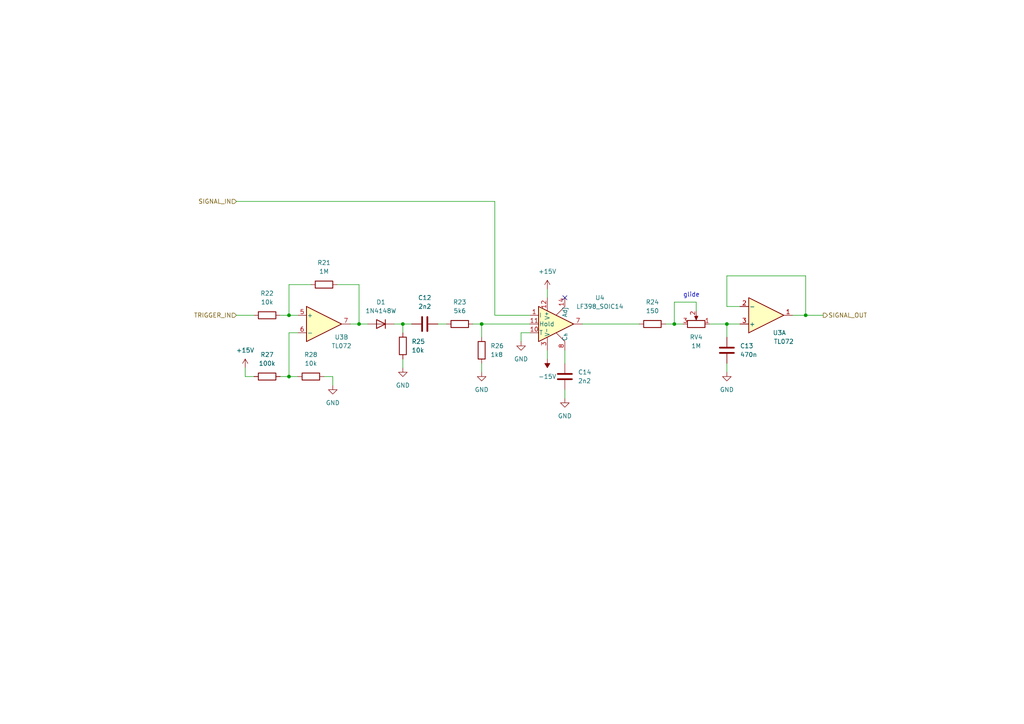
<source format=kicad_sch>
(kicad_sch (version 20230121) (generator eeschema)
  (paper "A4")
  (title_block (title "Josh Ox Ribbon Synth Sample and Hold Board") (date "2022-07-21") (rev "0") (comment 1 "creativecommons.org/licenses/by/4.0") (comment 2 "License: CC by 4.0") (comment 3 "Author: Jordan Aceto"))
  (lib_symbols
    (symbol "Amplifier_Operational:TL072" (pin_names (offset 0.127))
      (property "Reference" "U" (at 0 5.08 0))
      (property "Value" "TL072" (at 0 -5.08 0))
      (symbol "TL072_1_1"
        (polyline (pts (xy -5.08 5.08) (xy 5.08 0) (xy -5.08 -5.08) (xy -5.08 5.08)) (stroke (width 0.254)) (fill (type background)))
        (pin output line (at 7.62 0 180) (length 2.54) (name "~") (number "1"))
        (pin input line (at -7.62 -2.54 0) (length 2.54) (name "-") (number "2"))
        (pin input line (at -7.62 2.54 0) (length 2.54) (name "+") (number "3"))
      )
      (symbol "TL072_2_1"
        (polyline (pts (xy -5.08 5.08) (xy 5.08 0) (xy -5.08 -5.08) (xy -5.08 5.08)) (stroke (width 0.254)) (fill (type background)))
        (pin input line (at -7.62 2.54 0) (length 2.54) (name "+") (number "5"))
        (pin input line (at -7.62 -2.54 0) (length 2.54) (name "-") (number "6"))
        (pin output line (at 7.62 0 180) (length 2.54) (name "~") (number "7"))
      )
      (symbol "TL072_3_1"
        (pin power_in line (at -2.54 -7.62 90) (length 3.81) (name "V-") (number "4"))
        (pin power_in line (at -2.54 7.62 270) (length 3.81) (name "V+") (number "8"))
      )
    )
    (symbol "Analog:LF398_SOIC14" (pin_names (offset 0.127))
      (property "Reference" "U" (at 5.08 3.81 0))
      (property "Value" "LF398_SOIC14" (at 5.08 -2.54 0))
      (symbol "LF398_SOIC14_0_1"
        (polyline (pts (xy 0 -2.54) (xy 2.54 -5.08)))
        (polyline (pts (xy 2.54 5.08) (xy 0 2.54)))
        (polyline (pts (xy -5.08 5.08) (xy 5.08 0) (xy -5.08 -5.08) (xy -5.08 5.08)) (stroke (width 0.254)) (fill (type background)))
      )
      (symbol "LF398_SOIC14_1_1"
        (pin input line (at -7.62 2.54 0) (length 2.54) (name "I") (number "1"))
        (pin passive line (at -7.62 -2.54 0) (length 2.54) (name "T") (number "10"))
        (pin input line (at -7.62 0 0) (length 2.54) (name "Hold") (number "11"))
        (pin passive line (at -2.54 7.62 270) (length 3.81) (name "V^{+}") (number "12"))
        (pin no_connect line (at 0 -2.54 90) (length 2.54) hide (name "NC") (number "13"))
        (pin passive line (at 2.54 7.62 270) (length 2.54) (name "Adj") (number "14"))
        (pin no_connect line (at -5.08 2.54 270) (length 2.54) hide (name "NC") (number "2"))
        (pin passive line (at -2.54 -7.62 90) (length 3.81) (name "V^{-}") (number "3"))
        (pin no_connect line (at -2.54 2.54 270) (length 2.54) hide (name "NC") (number "4"))
        (pin no_connect line (at -5.08 -2.54 90) (length 2.54) hide (name "NC") (number "5"))
        (pin no_connect line (at -2.54 -2.54 90) (length 2.54) hide (name "NC") (number "6"))
        (pin output line (at 7.62 0 180) (length 2.54) (name "~") (number "7"))
        (pin passive line (at 2.54 -7.62 90) (length 2.54) (name "C_{h}") (number "8"))
        (pin no_connect line (at 0 2.54 270) (length 2.54) hide (name "NC") (number "9"))
      )
    )
    (symbol "Device:C" (pin_numbers hide) (pin_names (offset 0.254))
      (property "Reference" "C" (at 0.635 2.54 0))
      (property "Value" "C" (at 0.635 -2.54 0))
      (symbol "C_0_1"
        (polyline (pts (xy -2.032 -0.762) (xy 2.032 -0.762)) (stroke (width 0.508)))
        (polyline (pts (xy -2.032 0.762) (xy 2.032 0.762)) (stroke (width 0.508)))
      )
      (symbol "C_1_1"
        (pin passive line (at 0 3.81 270) (length 2.794) (name "~") (number "1"))
        (pin passive line (at 0 -3.81 90) (length 2.794) (name "~") (number "2"))
      )
    )
    (symbol "Device:R" (pin_numbers hide) (pin_names (offset 0))
      (property "Reference" "R" (at 2.032 0 90))
      (property "Value" "R" (at 0 0 90))
      (symbol "R_0_1"
        (rectangle (start -1.016 -2.54) (end 1.016 2.54) (stroke (width 0.254)))
      )
      (symbol "R_1_1"
        (pin passive line (at 0 3.81 270) (length 1.27) (name "~") (number "1"))
        (pin passive line (at 0 -3.81 90) (length 1.27) (name "~") (number "2"))
      )
    )
    (symbol "Device:R_Potentiometer" (pin_names (offset 1.016) hide)
      (property "Reference" "RV" (at -4.445 0 90))
      (property "Value" "R_Potentiometer" (at -2.54 0 90))
      (symbol "R_Potentiometer_0_1"
        (polyline (pts (xy 2.54 0) (xy 1.524 0)))
        (polyline (pts (xy 1.143 0) (xy 2.286 0.508) (xy 2.286 -0.508) (xy 1.143 0)) (fill (type outline)))
        (rectangle (start 1.016 2.54) (end -1.016 -2.54) (stroke (width 0.254)))
      )
      (symbol "R_Potentiometer_1_1"
        (pin passive line (at 0 3.81 270) (length 1.27) (name "1") (number "1"))
        (pin passive line (at 3.81 0 180) (length 1.27) (name "2") (number "2"))
        (pin passive line (at 0 -3.81 90) (length 1.27) (name "3") (number "3"))
      )
    )
    (symbol "Diode:1N4148W" (pin_numbers hide) (pin_names hide)
      (property "Reference" "D" (at 0 2.54 0))
      (property "Value" "1N4148W" (at 0 -2.54 0))
      (symbol "1N4148W_0_1"
        (polyline (pts (xy -1.27 1.27) (xy -1.27 -1.27)) (stroke (width 0.254)))
        (polyline (pts (xy 1.27 0) (xy -1.27 0)))
        (polyline (pts (xy 1.27 1.27) (xy 1.27 -1.27) (xy -1.27 0) (xy 1.27 1.27)) (stroke (width 0.254)))
      )
      (symbol "1N4148W_1_1"
        (pin passive line (at -3.81 0 0) (length 2.54) (name "K") (number "1"))
        (pin passive line (at 3.81 0 180) (length 2.54) (name "A") (number "2"))
      )
    )
    (symbol "power:+15V" (power) (pin_names (offset 0))
      (property "Value" "+15V" (at 0 3.556 0))
      (symbol "+15V_0_1"
        (polyline (pts (xy -0.762 1.27) (xy 0 2.54)))
        (polyline (pts (xy 0 0) (xy 0 2.54)))
        (polyline (pts (xy 0 2.54) (xy 0.762 1.27)))
      )
      (symbol "+15V_1_1"
        (pin power_in line (at 0 0 90) (length 0) hide (name "+15V") (number "1"))
      )
    )
    (symbol "power:-15V" (power) (pin_names (offset 0))
      (property "Value" "-15V" (at 0 3.81 0))
      (symbol "-15V_0_0"
        (pin power_in line (at 0 0 90) (length 0) hide (name "-15V") (number "1"))
      )
      (symbol "-15V_0_1"
        (polyline (pts (xy 0 0) (xy 0 1.27) (xy 0.762 1.27) (xy 0 2.54) (xy -0.762 1.27) (xy 0 1.27)) (fill (type outline)))
      )
    )
    (symbol "power:GND" (power) (pin_names (offset 0))
      (property "Value" "GND" (at 0 -3.81 0))
      (symbol "GND_0_1"
        (polyline (pts (xy 0 0) (xy 0 -1.27) (xy 1.27 -1.27) (xy 0 -2.54) (xy -1.27 -1.27) (xy 0 -1.27)))
      )
      (symbol "GND_1_1"
        (pin power_in line (at 0 0 270) (length 0) hide (name "GND") (number "1"))
      )
    )
  )
  (junction (at 195.58 93.98))
  (junction (at 210.82 93.98))
  (junction (at 116.84 93.98))
  (junction (at 83.82 91.44))
  (junction (at 83.82 109.22))
  (junction (at 104.14 93.98))
  (junction (at 233.68 91.44))
  (junction (at 139.7 93.98))
  (no_connect (at 163.83 86.36))
  (wire (pts (xy 96.52 109.22) (xy 93.98 109.22)))
  (wire (pts (xy 90.17 82.55) (xy 83.82 82.55)))
  (wire (pts (xy 83.82 109.22) (xy 83.82 96.52)))
  (wire (pts (xy 195.58 93.98) (xy 195.58 87.63)))
  (wire (pts (xy 139.7 105.41) (xy 139.7 107.95)))
  (wire (pts (xy 205.74 93.98) (xy 210.82 93.98)))
  (wire (pts (xy 81.28 91.44) (xy 83.82 91.44)))
  (wire (pts (xy 68.58 91.44) (xy 73.66 91.44)))
  (wire (pts (xy 83.82 96.52) (xy 86.36 96.52)))
  (wire (pts (xy 104.14 93.98) (xy 106.68 93.98)))
  (wire (pts (xy 151.13 96.52) (xy 151.13 99.06)))
  (wire (pts (xy 210.82 105.41) (xy 210.82 107.95)))
  (wire (pts (xy 233.68 91.44) (xy 238.76 91.44)))
  (wire (pts (xy 233.68 80.01) (xy 233.68 91.44)))
  (wire (pts (xy 233.68 91.44) (xy 229.87 91.44)))
  (wire (pts (xy 71.12 106.68) (xy 71.12 109.22)))
  (wire (pts (xy 71.12 109.22) (xy 73.66 109.22)))
  (wire (pts (xy 210.82 88.9) (xy 210.82 80.01)))
  (wire (pts (xy 168.91 93.98) (xy 185.42 93.98)))
  (wire (pts (xy 116.84 106.68) (xy 116.84 104.14)))
  (wire (pts (xy 151.13 96.52) (xy 153.67 96.52)))
  (wire (pts (xy 163.83 105.41) (xy 163.83 101.6)))
  (wire (pts (xy 137.16 93.98) (xy 139.7 93.98)))
  (wire (pts (xy 83.82 91.44) (xy 86.36 91.44)))
  (wire (pts (xy 193.04 93.98) (xy 195.58 93.98)))
  (wire (pts (xy 139.7 93.98) (xy 153.67 93.98)))
  (wire (pts (xy 163.83 113.03) (xy 163.83 115.57)))
  (wire (pts (xy 210.82 93.98) (xy 214.63 93.98)))
  (wire (pts (xy 81.28 109.22) (xy 83.82 109.22)))
  (wire (pts (xy 143.51 58.42) (xy 68.58 58.42)))
  (wire (pts (xy 158.75 83.82) (xy 158.75 86.36)))
  (wire (pts (xy 83.82 109.22) (xy 86.36 109.22)))
  (wire (pts (xy 116.84 96.52) (xy 116.84 93.98)))
  (wire (pts (xy 201.93 87.63) (xy 201.93 90.17)))
  (wire (pts (xy 210.82 97.79) (xy 210.82 93.98)))
  (wire (pts (xy 104.14 93.98) (xy 104.14 82.55)))
  (wire (pts (xy 214.63 88.9) (xy 210.82 88.9)))
  (wire (pts (xy 116.84 93.98) (xy 119.38 93.98)))
  (wire (pts (xy 83.82 82.55) (xy 83.82 91.44)))
  (wire (pts (xy 158.75 101.6) (xy 158.75 104.14)))
  (wire (pts (xy 195.58 93.98) (xy 198.12 93.98)))
  (wire (pts (xy 101.6 93.98) (xy 104.14 93.98)))
  (wire (pts (xy 153.67 91.44) (xy 143.51 91.44)))
  (wire (pts (xy 139.7 97.79) (xy 139.7 93.98)))
  (wire (pts (xy 96.52 111.76) (xy 96.52 109.22)))
  (wire (pts (xy 104.14 82.55) (xy 97.79 82.55)))
  (wire (pts (xy 116.84 93.98) (xy 114.3 93.98)))
  (wire (pts (xy 127 93.98) (xy 129.54 93.98)))
  (wire (pts (xy 210.82 80.01) (xy 233.68 80.01)))
  (wire (pts (xy 143.51 91.44) (xy 143.51 58.42)))
  (wire (pts (xy 195.58 87.63) (xy 201.93 87.63)))
  (text "glide" (at 198.12 86.36 0) (effects (font (size 1.27 1.27)) (justify left bottom)))
  (hierarchical_label "TRIGGER_IN" (shape input) (at 68.58 91.44 180))
  (hierarchical_label "SIGNAL_IN" (shape input) (at 68.58 58.42 180))
  (hierarchical_label "SIGNAL_OUT" (shape output) (at 238.76 91.44 0))
  (symbol (lib_id "power:GND") (at 116.84 106.68 0) (unit 1)
    (property "Reference" "#PWR021" (effects hide))
    (property "Value" "GND" (at 116.84 111.76 0))
  )
  (symbol (lib_id "Device:R") (at 93.98 82.55 90) (unit 1)
    (property "Reference" "R21" (at 93.98 76.2 90))
    (property "Value" "1M" (at 93.98 78.74 90))
    (property "Footprint" "Resistor_SMD:R_0805_2012Metric" (effects hide))
  )
  (symbol (lib_id "Amplifier_Operational:TL072") (at 93.98 93.98 0) (unit 2)
    (property "Reference" "U3" (at 99.06 97.79 0))
    (property "Value" "TL072" (at 99.06 100.33 0))
    (property "Footprint" "Package_SO:SO-8_5.3x6.2mm_P1.27mm" (effects hide))
    (property "Datasheet" "http://www.ti.com/lit/ds/symlink/tl071.pdf" (effects hide))
  )
  (symbol (lib_id "power:+15V") (at 158.75 83.82 0) (unit 1)
    (property "Reference" "#PWR017" (effects hide))
    (property "Value" "+15V" (at 158.75 78.74 0))
  )
  (symbol (lib_id "Device:R") (at 189.23 93.98 90) (unit 1)
    (property "Reference" "R24" (at 189.23 87.63 90))
    (property "Value" "150" (at 189.23 90.17 90))
    (property "Footprint" "Resistor_SMD:R_0805_2012Metric" (effects hide))
  )
  (symbol (lib_id "Device:C") (at 123.19 93.98 90) (unit 1)
    (property "Reference" "C12" (at 123.19 86.36 90))
    (property "Value" "2n2" (at 123.19 88.9 90))
    (property "Footprint" "Capacitor_SMD:C_0805_2012Metric" (effects hide))
  )
  (symbol (lib_id "Analog:LF398_SOIC14") (at 161.29 93.98 0) (unit 1)
    (property "Reference" "U4" (at 173.99 86.36 0))
    (property "Value" "LF398_SOIC14" (at 173.99 88.9 0))
    (property "Footprint" "Package_SO:SOIC-14_3.9x8.7mm_P1.27mm" (effects hide))
    (property "Datasheet" "http://www.ti.com/lit/ds/symlink/lf398-n.pdf" (effects hide))
  )
  (symbol (lib_id "Device:R") (at 77.47 109.22 90) (unit 1)
    (property "Reference" "R27" (at 77.47 102.87 90))
    (property "Value" "100k" (at 77.47 105.41 90))
    (property "Footprint" "Resistor_SMD:R_0805_2012Metric" (effects hide))
  )
  (symbol (lib_id "power:GND") (at 210.82 107.95 0) (unit 1)
    (property "Reference" "#PWR023" (effects hide))
    (property "Value" "GND" (at 210.82 113.03 0))
  )
  (symbol (lib_id "power:GND") (at 163.83 115.57 0) (unit 1)
    (property "Reference" "#PWR025" (effects hide))
    (property "Value" "GND" (at 163.83 120.65 0))
  )
  (symbol (lib_id "power:+15V") (at 71.12 106.68 0) (unit 1)
    (property "Reference" "#PWR020" (effects hide))
    (property "Value" "+15V" (at 71.12 101.6 0))
  )
  (symbol (lib_id "Device:R") (at 90.17 109.22 90) (unit 1)
    (property "Reference" "R28" (at 90.17 102.87 90))
    (property "Value" "10k" (at 90.17 105.41 90))
    (property "Footprint" "Resistor_SMD:R_0805_2012Metric" (effects hide))
  )
  (symbol (lib_id "Device:R") (at 77.47 91.44 90) (unit 1)
    (property "Reference" "R22" (at 77.47 85.09 90))
    (property "Value" "10k" (at 77.47 87.63 90))
    (property "Footprint" "Resistor_SMD:R_0805_2012Metric" (effects hide))
  )
  (symbol (lib_id "power:GND") (at 96.52 111.76 0) (unit 1)
    (property "Reference" "#PWR024" (effects hide))
    (property "Value" "GND" (at 96.52 116.84 0))
  )
  (symbol (lib_id "Amplifier_Operational:TL072") (at 222.25 91.44 0) (mirror x) (unit 1)
    (property "Reference" "U3" (at 226.06 96.52 0))
    (property "Value" "TL072" (at 227.33 99.06 0))
    (property "Footprint" "Package_SO:SO-8_5.3x6.2mm_P1.27mm" (effects hide))
    (property "Datasheet" "http://www.ti.com/lit/ds/symlink/tl071.pdf" (effects hide))
  )
  (symbol (lib_id "power:GND") (at 139.7 107.95 0) (unit 1)
    (property "Reference" "#PWR022" (effects hide))
    (property "Value" "GND" (at 139.7 113.03 0))
  )
  (symbol (lib_id "Diode:1N4148W") (at 110.49 93.98 180) (unit 1)
    (property "Reference" "D1" (at 110.49 87.63 0))
    (property "Value" "1N4148W" (at 110.49 90.17 0))
    (property "Footprint" "Diode_SMD:D_SOD-123" (effects hide))
    (property "Datasheet" "https://www.vishay.com/docs/85748/1n4148w.pdf" (effects hide))
  )
  (symbol (lib_id "Device:R") (at 116.84 100.33 0) (unit 1)
    (property "Reference" "R25" (at 119.38 99.0599 0) (effects (justify left)))
    (property "Value" "10k" (at 119.38 101.5999 0) (effects (justify left)))
    (property "Footprint" "Resistor_SMD:R_0805_2012Metric" (effects hide))
  )
  (symbol (lib_id "Device:R") (at 133.35 93.98 90) (unit 1)
    (property "Reference" "R23" (at 133.35 87.63 90))
    (property "Value" "5k6" (at 133.35 90.17 90))
    (property "Footprint" "Resistor_SMD:R_0805_2012Metric" (effects hide))
  )
  (symbol (lib_id "Device:R_Potentiometer") (at 201.93 93.98 270) (mirror x) (unit 1)
    (property "Reference" "RV4" (at 201.93 97.79 90))
    (property "Value" "1M" (at 201.93 100.33 90))
    (property "Footprint" "Potentiometer_THT:Potentiometer_Alpha_RD901F-40-00D_Single_Vertical" (effects hide))
  )
  (symbol (lib_id "Device:C") (at 163.83 109.22 0) (unit 1)
    (property "Reference" "C14" (at 167.64 107.9499 0) (effects (justify left)))
    (property "Value" "2n2" (at 167.64 110.4899 0) (effects (justify left)))
    (property "Footprint" "Capacitor_THT:C_Rect_L7.2mm_W2.5mm_P5.00mm_FKS2_FKP2_MKS2_MKP2" (effects hide))
  )
  (symbol (lib_id "power:GND") (at 151.13 99.06 0) (unit 1)
    (property "Reference" "#PWR018" (effects hide))
    (property "Value" "GND" (at 151.13 104.14 0))
  )
  (symbol (lib_id "power:-15V") (at 158.75 104.14 180) (unit 1)
    (property "Reference" "#PWR019" (effects hide))
    (property "Value" "-15V" (at 158.75 109.22 0))
  )
  (symbol (lib_id "Device:R") (at 139.7 101.6 0) (unit 1)
    (property "Reference" "R26" (at 142.24 100.3299 0) (effects (justify left)))
    (property "Value" "1k8" (at 142.24 102.8699 0) (effects (justify left)))
    (property "Footprint" "Resistor_SMD:R_0805_2012Metric" (effects hide))
  )
  (symbol (lib_id "Device:C") (at 210.82 101.6 0) (unit 1)
    (property "Reference" "C13" (at 214.63 100.3299 0) (effects (justify left)))
    (property "Value" "470n" (at 214.63 102.8699 0) (effects (justify left)))
    (property "Footprint" "Capacitor_THT:C_Rect_L7.2mm_W5.5mm_P5.00mm_FKS2_FKP2_MKS2_MKP2" (effects hide))
  )
)
</source>
